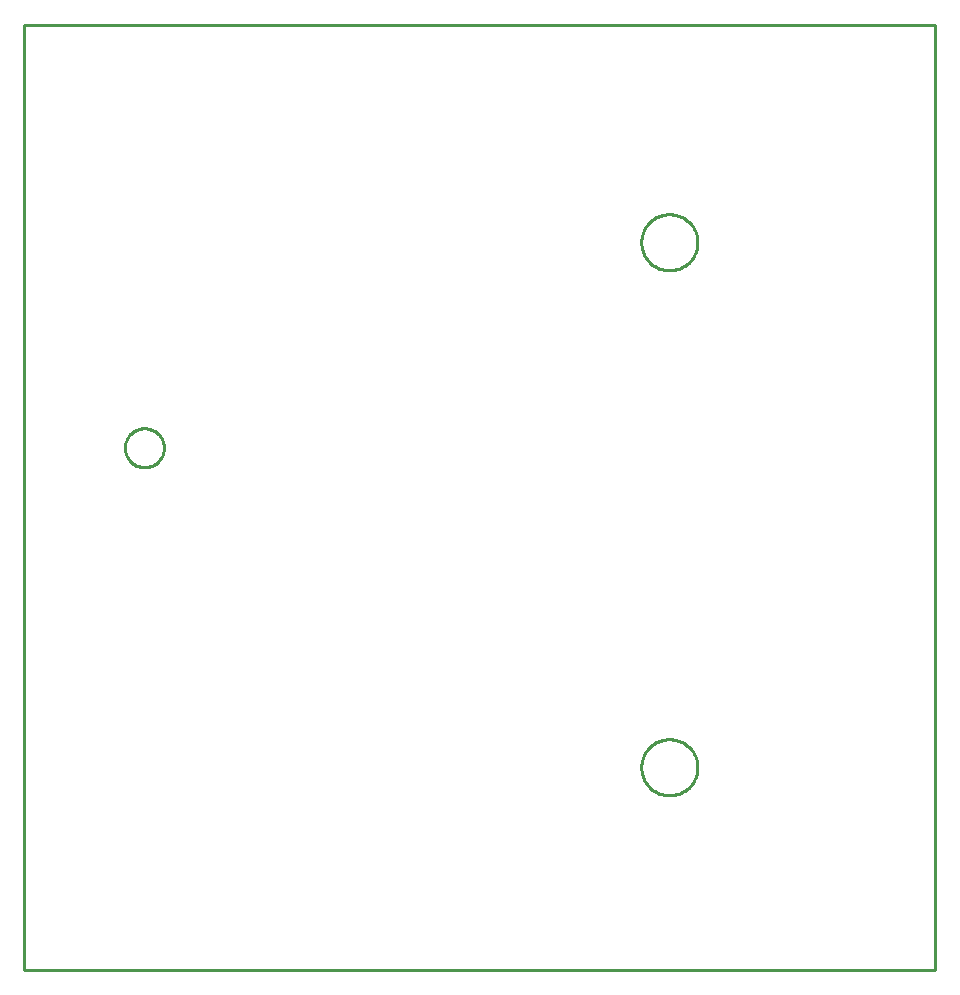
<source format=gbr>
G04 EAGLE Gerber RS-274X export*
G75*
%MOMM*%
%FSLAX34Y34*%
%LPD*%
%IN*%
%IPPOS*%
%AMOC8*
5,1,8,0,0,1.08239X$1,22.5*%
G01*
%ADD10C,0.254000*%


D10*
X228600Y0D02*
X1000000Y0D01*
X1000000Y800000D01*
X228600Y800000D01*
X228600Y0D01*
X346710Y441420D02*
X346639Y440341D01*
X346498Y439269D01*
X346287Y438209D01*
X346008Y437165D01*
X345660Y436141D01*
X345246Y435143D01*
X344768Y434173D01*
X344228Y433237D01*
X343627Y432338D01*
X342969Y431481D01*
X342257Y430668D01*
X341492Y429904D01*
X340679Y429191D01*
X339822Y428533D01*
X338923Y427932D01*
X337987Y427392D01*
X337017Y426914D01*
X336019Y426500D01*
X334995Y426152D01*
X333951Y425873D01*
X332891Y425662D01*
X331819Y425521D01*
X330740Y425450D01*
X329660Y425450D01*
X328581Y425521D01*
X327509Y425662D01*
X326449Y425873D01*
X325405Y426152D01*
X324381Y426500D01*
X323383Y426914D01*
X322413Y427392D01*
X321477Y427932D01*
X320578Y428533D01*
X319721Y429191D01*
X318908Y429904D01*
X318144Y430668D01*
X317431Y431481D01*
X316773Y432338D01*
X316172Y433237D01*
X315632Y434173D01*
X315154Y435143D01*
X314740Y436141D01*
X314392Y437165D01*
X314113Y438209D01*
X313902Y439269D01*
X313761Y440341D01*
X313690Y441420D01*
X313690Y442500D01*
X313761Y443579D01*
X313902Y444651D01*
X314113Y445711D01*
X314392Y446755D01*
X314740Y447779D01*
X315154Y448777D01*
X315632Y449747D01*
X316172Y450683D01*
X316773Y451582D01*
X317431Y452439D01*
X318144Y453252D01*
X318908Y454017D01*
X319721Y454729D01*
X320578Y455387D01*
X321477Y455988D01*
X322413Y456528D01*
X323383Y457006D01*
X324381Y457420D01*
X325405Y457768D01*
X326449Y458047D01*
X327509Y458258D01*
X328581Y458399D01*
X329660Y458470D01*
X330740Y458470D01*
X331819Y458399D01*
X332891Y458258D01*
X333951Y458047D01*
X334995Y457768D01*
X336019Y457420D01*
X337017Y457006D01*
X337987Y456528D01*
X338923Y455988D01*
X339822Y455387D01*
X340679Y454729D01*
X341492Y454017D01*
X342257Y453252D01*
X342969Y452439D01*
X343627Y451582D01*
X344228Y450683D01*
X344768Y449747D01*
X345246Y448777D01*
X345660Y447779D01*
X346008Y446755D01*
X346287Y445711D01*
X346498Y444651D01*
X346639Y443579D01*
X346710Y442500D01*
X346710Y441420D01*
X775366Y639699D02*
X776697Y639624D01*
X778021Y639475D01*
X779335Y639252D01*
X780634Y638955D01*
X781915Y638586D01*
X783173Y638146D01*
X784404Y637636D01*
X785605Y637058D01*
X786771Y636413D01*
X787899Y635704D01*
X788986Y634933D01*
X790028Y634102D01*
X791022Y633214D01*
X791964Y632272D01*
X792852Y631278D01*
X793683Y630236D01*
X794454Y629149D01*
X795163Y628021D01*
X795808Y626855D01*
X796386Y625654D01*
X796896Y624423D01*
X797336Y623165D01*
X797705Y621884D01*
X798002Y620585D01*
X798225Y619271D01*
X798374Y617947D01*
X798449Y616616D01*
X798449Y615284D01*
X798374Y613953D01*
X798225Y612629D01*
X798002Y611315D01*
X797705Y610016D01*
X797336Y608735D01*
X796896Y607477D01*
X796386Y606246D01*
X795808Y605045D01*
X795163Y603879D01*
X794454Y602751D01*
X793683Y601664D01*
X792852Y600622D01*
X791964Y599628D01*
X791022Y598686D01*
X790028Y597798D01*
X788986Y596967D01*
X787899Y596196D01*
X786771Y595487D01*
X785605Y594842D01*
X784404Y594264D01*
X783173Y593754D01*
X781915Y593314D01*
X780634Y592945D01*
X779335Y592648D01*
X778021Y592425D01*
X776697Y592276D01*
X775366Y592201D01*
X774034Y592201D01*
X772703Y592276D01*
X771379Y592425D01*
X770065Y592648D01*
X768766Y592945D01*
X767485Y593314D01*
X766227Y593754D01*
X764996Y594264D01*
X763795Y594842D01*
X762629Y595487D01*
X761501Y596196D01*
X760414Y596967D01*
X759372Y597798D01*
X758378Y598686D01*
X757436Y599628D01*
X756548Y600622D01*
X755717Y601664D01*
X754946Y602751D01*
X754237Y603879D01*
X753592Y605045D01*
X753014Y606246D01*
X752504Y607477D01*
X752064Y608735D01*
X751695Y610016D01*
X751398Y611315D01*
X751175Y612629D01*
X751026Y613953D01*
X750951Y615284D01*
X750951Y616616D01*
X751026Y617947D01*
X751175Y619271D01*
X751398Y620585D01*
X751695Y621884D01*
X752064Y623165D01*
X752504Y624423D01*
X753014Y625654D01*
X753592Y626855D01*
X754237Y628021D01*
X754946Y629149D01*
X755717Y630236D01*
X756548Y631278D01*
X757436Y632272D01*
X758378Y633214D01*
X759372Y634102D01*
X760414Y634933D01*
X761501Y635704D01*
X762629Y636413D01*
X763795Y637058D01*
X764996Y637636D01*
X766227Y638146D01*
X767485Y638586D01*
X768766Y638955D01*
X770065Y639252D01*
X771379Y639475D01*
X772703Y639624D01*
X774034Y639699D01*
X775366Y639699D01*
X775366Y195199D02*
X776697Y195124D01*
X778021Y194975D01*
X779335Y194752D01*
X780634Y194455D01*
X781915Y194086D01*
X783173Y193646D01*
X784404Y193136D01*
X785605Y192558D01*
X786771Y191913D01*
X787899Y191204D01*
X788986Y190433D01*
X790028Y189602D01*
X791022Y188714D01*
X791964Y187772D01*
X792852Y186778D01*
X793683Y185736D01*
X794454Y184649D01*
X795163Y183521D01*
X795808Y182355D01*
X796386Y181154D01*
X796896Y179923D01*
X797336Y178665D01*
X797705Y177384D01*
X798002Y176085D01*
X798225Y174771D01*
X798374Y173447D01*
X798449Y172116D01*
X798449Y170784D01*
X798374Y169453D01*
X798225Y168129D01*
X798002Y166815D01*
X797705Y165516D01*
X797336Y164235D01*
X796896Y162977D01*
X796386Y161746D01*
X795808Y160545D01*
X795163Y159379D01*
X794454Y158251D01*
X793683Y157164D01*
X792852Y156122D01*
X791964Y155128D01*
X791022Y154186D01*
X790028Y153298D01*
X788986Y152467D01*
X787899Y151696D01*
X786771Y150987D01*
X785605Y150342D01*
X784404Y149764D01*
X783173Y149254D01*
X781915Y148814D01*
X780634Y148445D01*
X779335Y148148D01*
X778021Y147925D01*
X776697Y147776D01*
X775366Y147701D01*
X774034Y147701D01*
X772703Y147776D01*
X771379Y147925D01*
X770065Y148148D01*
X768766Y148445D01*
X767485Y148814D01*
X766227Y149254D01*
X764996Y149764D01*
X763795Y150342D01*
X762629Y150987D01*
X761501Y151696D01*
X760414Y152467D01*
X759372Y153298D01*
X758378Y154186D01*
X757436Y155128D01*
X756548Y156122D01*
X755717Y157164D01*
X754946Y158251D01*
X754237Y159379D01*
X753592Y160545D01*
X753014Y161746D01*
X752504Y162977D01*
X752064Y164235D01*
X751695Y165516D01*
X751398Y166815D01*
X751175Y168129D01*
X751026Y169453D01*
X750951Y170784D01*
X750951Y172116D01*
X751026Y173447D01*
X751175Y174771D01*
X751398Y176085D01*
X751695Y177384D01*
X752064Y178665D01*
X752504Y179923D01*
X753014Y181154D01*
X753592Y182355D01*
X754237Y183521D01*
X754946Y184649D01*
X755717Y185736D01*
X756548Y186778D01*
X757436Y187772D01*
X758378Y188714D01*
X759372Y189602D01*
X760414Y190433D01*
X761501Y191204D01*
X762629Y191913D01*
X763795Y192558D01*
X764996Y193136D01*
X766227Y193646D01*
X767485Y194086D01*
X768766Y194455D01*
X770065Y194752D01*
X771379Y194975D01*
X772703Y195124D01*
X774034Y195199D01*
X775366Y195199D01*
M02*

</source>
